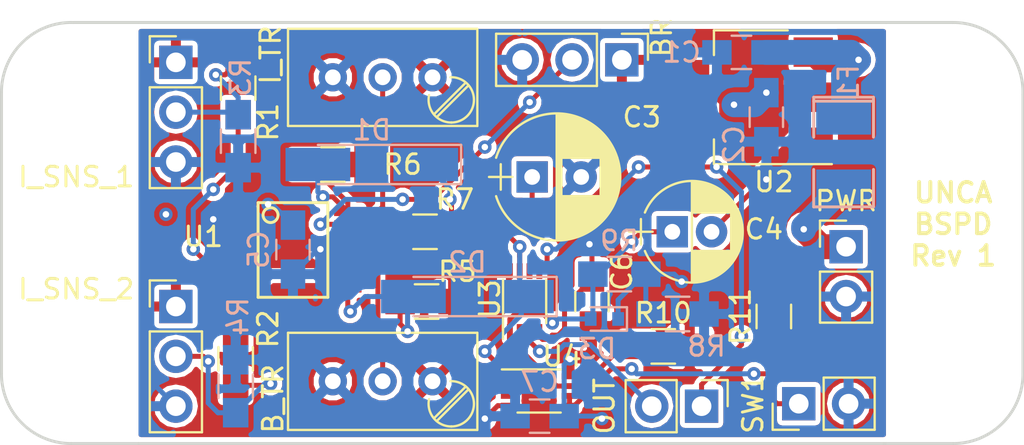
<source format=kicad_pcb>
(kicad_pcb (version 4) (host pcbnew 4.0.6)
  (layers (0 F.Cu signal) (31 B.Cu signal) (34 B.Paste user) (35 F.Paste user) (36 B.SilkS user) (37 F.SilkS user) (38 B.Mask user) (39 F.Mask user) (44 Edge.Cuts user))
  (net 0 "")
  (net 1 "Net-(C1-Pad1)")
  (net 2 GND)
  (net 3 +5V)
  (net 4 /BSPD)
  (net 5 "Net-(C4-Pad1)")
  (net 6 "Net-(D1-Pad2)")
  (net 7 "Net-(D2-Pad2)")
  (net 8 +12V)
  (net 9 /Hard_Braking)
  (net 10 /Current_R)
  (net 11 /Current_L)
  (net 12 "Net-(R1-Pad2)")
  (net 13 "Net-(R10-Pad1)")
  (net 14 "Net-(RV1-Pad2)")
  (net 15 "Net-(RV2-Pad2)")
  (net 16 "Net-(U1-Pad6)")
  (net 17 "Net-(R11-Pad1)")
  (net 18 /BSPD_Latched_Output)
  (net 19 "Net-(U4-Pad2)")
  (net 20 /BSPD_Latched_Output_NOT)
  (module Mounting_Holes:MountingHole_3.2mm_M3 (layer F.Cu) (at 104.902 104.775)
    (fp_text reference REF** hide)
    (fp_text value MountingHole_3.2mm_M3)
    (pad 1 np_thru_hole circle (at 0 0) (size 3.2 3.2) (drill 3.2) (layers *.Cu *.Mask))
  )
  (module Mounting_Holes:MountingHole_3.2mm_M3 (layer F.Cu) (at 104.902 90.424)
    (fp_text reference REF** hide)
    (fp_text value MountingHole_3.2mm_M3)
    (pad 1 np_thru_hole circle (at 0 0) (size 3.2 3.2) (drill 3.2) (layers *.Cu *.Mask))
  )
  (module Mounting_Holes:MountingHole_3.2mm_M3 (layer F.Cu) (at 149.86 104.775)
    (fp_text reference REF** hide)
    (fp_text value MountingHole_3.2mm_M3)
    (pad 1 np_thru_hole circle (at 0 0) (size 3.2 3.2) (drill 3.2) (layers *.Cu *.Mask))
  )
  (module Capacitors_SMD:C_0805_HandSoldering (layer B.Cu) (at 139.065 88.392 180)
    (fp_text reference C1 (at 3.048 0 180) (layer B.SilkS) (effects (justify mirror)))
    (fp_text value 10uF)
    (pad 1 smd rect (at -1.25 0 180) (size 1.5 1.25) (layers B.Cu B.Paste B.Mask) (net 1 "Net-(C1-Pad1)"))
    (pad 2 smd rect (at 1.25 0 180) (size 1.5 1.25) (layers B.Cu B.Paste B.Mask) (net 2 GND))
  )
  (module Capacitors_SMD:C_0805_HandSoldering (layer B.Cu) (at 140.335 91.694 270)
    (fp_text reference C2 (at 1.397 1.651 270) (layer B.SilkS) (effects (justify mirror)))
    (fp_text value 10uF)
    (pad 1 smd rect (at -1.25 0 270) (size 1.5 1.25) (layers B.Cu B.Paste B.Mask) (net 3 +5V))
    (pad 2 smd rect (at 1.25 0 270) (size 1.5 1.25) (layers B.Cu B.Paste B.Mask) (net 2 GND))
  )
  (module Capacitors_ThroughHole:CP_Radial_D6.3mm_P2.50mm (layer F.Cu) (at 128.397 94.742)
    (fp_text reference C3 (at 5.588 -3.048) (layer F.SilkS))
    (fp_text value 100uF)
    (pad 1 thru_hole rect (at 0 0) (size 1.6 1.6) (drill 0.8) (layers *.Cu *.Mask) (net 4 /BSPD))
    (pad 2 thru_hole circle (at 2.5 0) (size 1.6 1.6) (drill 0.8) (layers *.Cu *.Mask) (net 2 GND))
  )
  (module Capacitors_ThroughHole:CP_Radial_D5.0mm_P2.00mm (layer F.Cu) (at 135.541 97.536)
    (fp_text reference C4 (at 4.667 -0.127) (layer F.SilkS))
    (fp_text value 10uF)
    (pad 1 thru_hole rect (at 0 0) (size 1.6 1.6) (drill 0.8) (layers *.Cu *.Mask) (net 5 "Net-(C4-Pad1)"))
    (pad 2 thru_hole circle (at 2 0) (size 1.6 1.6) (drill 0.8) (layers *.Cu *.Mask) (net 2 GND))
  )
  (module Capacitors_SMD:C_0805_HandSoldering (layer B.Cu) (at 116.205 98.445 270)
    (fp_text reference C5 (at 0 1.75 270) (layer B.SilkS) (effects (justify mirror)))
    (fp_text value 1u)
    (pad 1 smd rect (at -1.25 0 270) (size 1.5 1.25) (layers B.Cu B.Paste B.Mask) (net 3 +5V))
    (pad 2 smd rect (at 1.25 0 270) (size 1.5 1.25) (layers B.Cu B.Paste B.Mask) (net 2 GND))
  )
  (module Capacitors_SMD:C_0805_HandSoldering (layer F.Cu) (at 131.445 101.092 90)
    (fp_text reference C6 (at 1.524 1.524 90) (layer F.SilkS))
    (fp_text value 1u)
    (pad 1 smd rect (at -1.25 0 90) (size 1.5 1.25) (layers F.Cu F.Paste F.Mask) (net 3 +5V))
    (pad 2 smd rect (at 1.25 0 90) (size 1.5 1.25) (layers F.Cu F.Paste F.Mask) (net 2 GND))
  )
  (module Capacitors_SMD:C_0805_HandSoldering (layer B.Cu) (at 128.778 106.934 180)
    (fp_text reference C7 (at 0 1.75 180) (layer B.SilkS) (effects (justify mirror)))
    (fp_text value 1u)
    (pad 1 smd rect (at -1.25 0 180) (size 1.5 1.25) (layers B.Cu B.Paste B.Mask) (net 3 +5V))
    (pad 2 smd rect (at 1.25 0 180) (size 1.5 1.25) (layers B.Cu B.Paste B.Mask) (net 2 GND))
  )
  (module Diodes_SMD:D_MiniMELF_Handsoldering (layer B.Cu) (at 120.225 94.107 180)
    (fp_text reference D1 (at 0 1.75 180) (layer B.SilkS) (effects (justify mirror)))
    (fp_text value D)
    (pad 1 smd rect (at -2.75 0 180) (size 3.3 1.7) (layers B.Cu B.Paste B.Mask) (net 4 /BSPD))
    (pad 2 smd rect (at 2.75 0 180) (size 3.3 1.7) (layers B.Cu B.Paste B.Mask) (net 6 "Net-(D1-Pad2)"))
  )
  (module Diodes_SMD:D_MiniMELF_Handsoldering (layer B.Cu) (at 125.095 100.838 180)
    (fp_text reference D2 (at 0 1.75 180) (layer B.SilkS) (effects (justify mirror)))
    (fp_text value D)
    (pad 1 smd rect (at -2.75 0 180) (size 3.3 1.7) (layers B.Cu B.Paste B.Mask) (net 4 /BSPD))
    (pad 2 smd rect (at 2.75 0 180) (size 3.3 1.7) (layers B.Cu B.Paste B.Mask) (net 7 "Net-(D2-Pad2)"))
  )
  (module Diodes_SMD:D_SOD-523 (layer B.Cu) (at 132.08 101.981 180)
    (fp_text reference D3 (at 0.381 -1.524 180) (layer B.SilkS) (effects (justify mirror)))
    (fp_text value Schottky)
    (pad 2 smd rect (at 0.7 0) (size 0.6 0.7) (layers B.Cu B.Paste B.Mask) (net 5 "Net-(C4-Pad1)"))
    (pad 1 smd rect (at -0.7 0) (size 0.6 0.7) (layers B.Cu B.Paste B.Mask) (net 3 +5V))
  )
  (module SMD_Packages:SMD-1210_Pol (layer B.Cu) (at 144.272 93.472 270)
    (fp_text reference F1 (at -3.556 -0.254 270) (layer B.SilkS) (effects (justify mirror)))
    (fp_text value Polyfuse)
    (pad 1 smd rect (at -1.778 0 270) (size 1.778 2.794) (layers B.Cu B.Paste B.Mask) (net 1 "Net-(C1-Pad1)"))
    (pad 2 smd rect (at 1.778 0 270) (size 1.778 2.794) (layers B.Cu B.Paste B.Mask) (net 8 +12V))
  )
  (module Pin_Headers:Pin_Header_Straight_1x03_Pitch2.54mm (layer F.Cu) (at 110.236 101.346)
    (fp_text reference I_SNS_2 (at -5.08 -0.889) (layer F.SilkS))
    (fp_text value CURRENT_SENSE_1)
    (pad 1 thru_hole rect (at 0 0) (size 1.7 1.7) (drill 1) (layers *.Cu *.Mask) (net 3 +5V))
    (pad 2 thru_hole oval (at 0 2.54) (size 1.7 1.7) (drill 1) (layers *.Cu *.Mask) (net 10 /Current_R))
    (pad 3 thru_hole oval (at 0 5.08) (size 1.7 1.7) (drill 1) (layers *.Cu *.Mask) (net 2 GND))
  )
  (module Pin_Headers:Pin_Header_Straight_1x03_Pitch2.54mm (layer F.Cu) (at 110.236 88.9)
    (fp_text reference I_SNS_1 (at -5.08 5.842) (layer F.SilkS))
    (fp_text value CURRENT_SENSE_2)
    (pad 1 thru_hole rect (at 0 0) (size 1.7 1.7) (drill 1) (layers *.Cu *.Mask) (net 3 +5V))
    (pad 2 thru_hole oval (at 0 2.54) (size 1.7 1.7) (drill 1) (layers *.Cu *.Mask) (net 11 /Current_L))
    (pad 3 thru_hole oval (at 0 5.08) (size 1.7 1.7) (drill 1) (layers *.Cu *.Mask) (net 2 GND))
  )
  (module Pin_Headers:Pin_Header_Straight_1x03_Pitch2.54mm (layer F.Cu) (at 132.969 88.773 270)
    (fp_text reference BR (at -1.143 -2.032 270) (layer F.SilkS))
    (fp_text value BRAKE_SENSOR)
    (pad 1 thru_hole rect (at 0 0 270) (size 1.7 1.7) (drill 1) (layers *.Cu *.Mask) (net 3 +5V))
    (pad 2 thru_hole oval (at 0 2.54 270) (size 1.7 1.7) (drill 1) (layers *.Cu *.Mask) (net 9 /Hard_Braking))
    (pad 3 thru_hole oval (at 0 5.08 270) (size 1.7 1.7) (drill 1) (layers *.Cu *.Mask) (net 2 GND))
  )
  (module Pin_Headers:Pin_Header_Straight_1x02_Pitch2.54mm (layer F.Cu) (at 144.399 98.298)
    (fp_text reference PWR (at 0 -2.33) (layer F.SilkS))
    (fp_text value 12V_AND_GND)
    (pad 1 thru_hole rect (at 0 0) (size 1.7 1.7) (drill 1) (layers *.Cu *.Mask) (net 8 +12V))
    (pad 2 thru_hole oval (at 0 2.54) (size 1.7 1.7) (drill 1) (layers *.Cu *.Mask) (net 2 GND))
  )
  (module Pin_Headers:Pin_Header_Straight_1x02_Pitch2.54mm (layer F.Cu) (at 137.033 106.426 270)
    (fp_text reference OUT (at 0 4.953 270) (layer F.SilkS))
    (fp_text value Q_QNOT_LATCHED)
    (pad 1 thru_hole rect (at 0 0 270) (size 1.7 1.7) (drill 1) (layers *.Cu *.Mask) (net 18 /BSPD_Latched_Output))
    (pad 2 thru_hole oval (at 0 2.54 270) (size 1.7 1.7) (drill 1) (layers *.Cu *.Mask) (net 20 /BSPD_Latched_Output_NOT))
  )
  (module Resistors_SMD:R_0805_HandSoldering (layer F.Cu) (at 113.411 90.217 270)
    (fp_text reference R1 (at 1.731 -1.524 270) (layer F.SilkS))
    (fp_text value 100k)
    (pad 1 smd rect (at -1.35 0 270) (size 1.5 1.3) (layers F.Cu F.Paste F.Mask) (net 11 /Current_L))
    (pad 2 smd rect (at 1.35 0 270) (size 1.5 1.3) (layers F.Cu F.Paste F.Mask) (net 12 "Net-(R1-Pad2)"))
  )
  (module Resistors_SMD:R_0805_HandSoldering (layer F.Cu) (at 113.284 104.013 270)
    (fp_text reference R2 (at -1.524 -1.651 270) (layer F.SilkS))
    (fp_text value 100k)
    (pad 1 smd rect (at -1.35 0 270) (size 1.5 1.3) (layers F.Cu F.Paste F.Mask) (net 12 "Net-(R1-Pad2)"))
    (pad 2 smd rect (at 1.35 0 270) (size 1.5 1.3) (layers F.Cu F.Paste F.Mask) (net 10 /Current_R))
  )
  (module Resistors_SMD:R_0805_HandSoldering (layer B.Cu) (at 113.411 92.917 90)
    (fp_text reference R3 (at 3.255 0.127 90) (layer B.SilkS) (effects (justify mirror)))
    (fp_text value 10k)
    (pad 1 smd rect (at -1.35 0 90) (size 1.5 1.3) (layers B.Cu B.Paste B.Mask) (net 2 GND))
    (pad 2 smd rect (at 1.35 0 90) (size 1.5 1.3) (layers B.Cu B.Paste B.Mask) (net 11 /Current_L))
  )
  (module Resistors_SMD:R_0805_HandSoldering (layer B.Cu) (at 113.284 105.41 270)
    (fp_text reference R4 (at -3.556 -0.127 270) (layer B.SilkS) (effects (justify mirror)))
    (fp_text value 10k)
    (pad 1 smd rect (at -1.35 0 270) (size 1.5 1.3) (layers B.Cu B.Paste B.Mask) (net 2 GND))
    (pad 2 smd rect (at 1.35 0 270) (size 1.5 1.3) (layers B.Cu B.Paste B.Mask) (net 10 /Current_R))
  )
  (module Resistors_SMD:R_0805_HandSoldering (layer F.Cu) (at 123.016 101.092 180)
    (fp_text reference R5 (at -1.571 1.524 180) (layer F.SilkS))
    (fp_text value 1k)
    (pad 1 smd rect (at -1.35 0 180) (size 1.5 1.3) (layers F.Cu F.Paste F.Mask) (net 3 +5V))
    (pad 2 smd rect (at 1.35 0 180) (size 1.5 1.3) (layers F.Cu F.Paste F.Mask) (net 7 "Net-(D2-Pad2)"))
  )
  (module Resistors_SMD:R_0805_HandSoldering (layer F.Cu) (at 118.237 94.107 180)
    (fp_text reference R6 (at -3.556 0 180) (layer F.SilkS))
    (fp_text value 1k)
    (pad 1 smd rect (at -1.35 0 180) (size 1.5 1.3) (layers F.Cu F.Paste F.Mask) (net 3 +5V))
    (pad 2 smd rect (at 1.35 0 180) (size 1.5 1.3) (layers F.Cu F.Paste F.Mask) (net 6 "Net-(D1-Pad2)"))
  )
  (module Resistors_SMD:R_0805_HandSoldering (layer F.Cu) (at 122.936 97.536 180)
    (fp_text reference R7 (at -1.524 1.651 180) (layer F.SilkS))
    (fp_text value 12k)
    (pad 1 smd rect (at -1.35 0 180) (size 1.5 1.3) (layers F.Cu F.Paste F.Mask) (net 4 /BSPD))
    (pad 2 smd rect (at 1.35 0 180) (size 1.5 1.3) (layers F.Cu F.Paste F.Mask) (net 2 GND))
  )
  (module Resistors_SMD:R_0805_HandSoldering (layer B.Cu) (at 135.81 101.727)
    (fp_text reference R8 (at 1.477 1.651) (layer B.SilkS) (effects (justify mirror)))
    (fp_text value 1k)
    (pad 1 smd rect (at -1.35 0) (size 1.5 1.3) (layers B.Cu B.Paste B.Mask) (net 3 +5V))
    (pad 2 smd rect (at 1.35 0) (size 1.5 1.3) (layers B.Cu B.Paste B.Mask) (net 2 GND))
  )
  (module Resistors_SMD:R_0805_HandSoldering (layer B.Cu) (at 132.842 99.695 180)
    (fp_text reference R9 (at 0 1.7 180) (layer B.SilkS) (effects (justify mirror)))
    (fp_text value 300k)
    (pad 1 smd rect (at -1.35 0 180) (size 1.5 1.3) (layers B.Cu B.Paste B.Mask) (net 3 +5V))
    (pad 2 smd rect (at 1.35 0 180) (size 1.5 1.3) (layers B.Cu B.Paste B.Mask) (net 5 "Net-(C4-Pad1)"))
  )
  (module Resistors_SMD:R_0805_HandSoldering (layer F.Cu) (at 135.081 103.378)
    (fp_text reference R10 (at 0 -1.7) (layer F.SilkS))
    (fp_text value 10k)
    (pad 1 smd rect (at -1.35 0) (size 1.5 1.3) (layers F.Cu F.Paste F.Mask) (net 13 "Net-(R10-Pad1)"))
    (pad 2 smd rect (at 1.35 0) (size 1.5 1.3) (layers F.Cu F.Paste F.Mask) (net 3 +5V))
  )
  (module Resistors_SMD:R_0805_HandSoldering (layer F.Cu) (at 140.716 101.854 90)
    (fp_text reference R11 (at 0 -1.7 90) (layer F.SilkS))
    (fp_text value 10k)
    (pad 1 smd rect (at -1.35 0 90) (size 1.5 1.3) (layers F.Cu F.Paste F.Mask) (net 17 "Net-(R11-Pad1)"))
    (pad 2 smd rect (at 1.35 0 90) (size 1.5 1.3) (layers F.Cu F.Paste F.Mask) (net 3 +5V))
  )
  (module Potentiometers:Potentiometer_Trimmer_Bourns_3296W (layer F.Cu) (at 123.317 105.156)
    (fp_text reference B_TR (at -8.128 0.889 90) (layer F.SilkS))
    (fp_text value "5KW trim - 10k")
    (pad 1 thru_hole circle (at 0 0) (size 1.44 1.44) (drill 0.8) (layers *.Cu *.Mask) (net 3 +5V))
    (pad 2 thru_hole circle (at -2.54 0) (size 1.44 1.44) (drill 0.8) (layers *.Cu *.Mask) (net 14 "Net-(RV1-Pad2)"))
    (pad 3 thru_hole circle (at -5.08 0) (size 1.44 1.44) (drill 0.8) (layers *.Cu *.Mask) (net 2 GND))
  )
  (module Potentiometers:Potentiometer_Trimmer_Bourns_3296W (layer F.Cu) (at 123.317 89.662)
    (fp_text reference I_TR (at -8.255 -1.143 90) (layer F.SilkS))
    (fp_text value "Braking trim - 10k")
    (pad 1 thru_hole circle (at 0 0) (size 1.44 1.44) (drill 0.8) (layers *.Cu *.Mask) (net 3 +5V))
    (pad 2 thru_hole circle (at -2.54 0) (size 1.44 1.44) (drill 0.8) (layers *.Cu *.Mask) (net 15 "Net-(RV2-Pad2)"))
    (pad 3 thru_hole circle (at -5.08 0) (size 1.44 1.44) (drill 0.8) (layers *.Cu *.Mask) (net 2 GND))
  )
  (module Pin_Headers:Pin_Header_Straight_1x02_Pitch2.54mm (layer F.Cu) (at 141.986 106.299 90)
    (fp_text reference SW1 (at 0 -2.33 90) (layer F.SilkS))
    (fp_text value SW_Push)
    (pad 1 thru_hole rect (at 0 0 90) (size 1.7 1.7) (drill 1) (layers *.Cu *.Mask) (net 17 "Net-(R11-Pad1)"))
    (pad 2 thru_hole oval (at 0 2.54 90) (size 1.7 1.7) (drill 1) (layers *.Cu *.Mask) (net 2 GND))
  )
  (module SMD_Packages:SSOP-14 (layer F.Cu) (at 116.205 98.4631 270)
    (fp_text reference U1 (at -0.6731 4.572 360) (layer F.SilkS))
    (fp_text value MCP604)
    (pad 1 smd rect (at -1.9304 2.794 270) (size 0.4318 1.397) (layers F.Cu F.Paste F.Mask))
    (pad 2 smd rect (at -1.2954 2.794 270) (size 0.4318 1.397) (layers F.Cu F.Paste F.Mask) (net 2 GND))
    (pad 3 smd rect (at -0.635 2.794 270) (size 0.4318 1.397) (layers F.Cu F.Paste F.Mask) (net 2 GND))
    (pad 4 smd rect (at 0 2.794 270) (size 0.4318 1.397) (layers F.Cu F.Paste F.Mask) (net 3 +5V))
    (pad 5 smd rect (at 0.6604 2.794 270) (size 0.4318 1.397) (layers F.Cu F.Paste F.Mask) (net 12 "Net-(R1-Pad2)"))
    (pad 6 smd rect (at 1.3081 2.794 270) (size 0.4318 1.397) (layers F.Cu F.Paste F.Mask) (net 16 "Net-(U1-Pad6)"))
    (pad 7 smd rect (at 1.9558 2.794 270) (size 0.4318 1.397) (layers F.Cu F.Paste F.Mask) (net 16 "Net-(U1-Pad6)"))
    (pad 8 smd rect (at 1.9558 -2.794 270) (size 0.4318 1.397) (layers F.Cu F.Paste F.Mask) (net 7 "Net-(D2-Pad2)"))
    (pad 9 smd rect (at 1.3081 -2.794 270) (size 0.4318 1.397) (layers F.Cu F.Paste F.Mask) (net 16 "Net-(U1-Pad6)"))
    (pad 10 smd rect (at 0.6604 -2.794 270) (size 0.4318 1.397) (layers F.Cu F.Paste F.Mask) (net 14 "Net-(RV1-Pad2)"))
    (pad 11 smd rect (at 0 -2.794 270) (size 0.4318 1.397) (layers F.Cu F.Paste F.Mask) (net 2 GND))
    (pad 12 smd rect (at -0.6477 -2.794 270) (size 0.4318 1.397) (layers F.Cu F.Paste F.Mask) (net 15 "Net-(RV2-Pad2)"))
    (pad 13 smd rect (at -1.2954 -2.794 270) (size 0.4318 1.397) (layers F.Cu F.Paste F.Mask) (net 9 /Hard_Braking))
    (pad 14 smd rect (at -1.9431 -2.794 270) (size 0.4318 1.397) (layers F.Cu F.Paste F.Mask) (net 6 "Net-(D1-Pad2)"))
  )
  (module TO_SOT_Packages_SMD:SOT-223 (layer F.Cu) (at 139.573 90.678 180)
    (fp_text reference U2 (at -1.143 -4.318 180) (layer F.SilkS))
    (fp_text value LM1117-5.0)
    (pad 4 smd rect (at 3.15 0 180) (size 2 3.8) (layers F.Cu F.Paste F.Mask) (net 3 +5V))
    (pad 2 smd rect (at -3.15 0 180) (size 2 1.5) (layers F.Cu F.Paste F.Mask) (net 3 +5V))
    (pad 3 smd rect (at -3.15 2.3 180) (size 2 1.5) (layers F.Cu F.Paste F.Mask) (net 1 "Net-(C1-Pad1)"))
    (pad 1 smd rect (at -3.15 -2.3 180) (size 2 1.5) (layers F.Cu F.Paste F.Mask) (net 2 GND))
  )
  (module Housings_SSOP:VSSOP-8_2.3x2mm_Pitch0.5mm (layer F.Cu) (at 128.012 101.092 90)
    (fp_text reference U3 (at 0.127 -1.774 90) (layer F.SilkS))
    (fp_text value 74LVC2G74)
    (pad 1 smd rect (at -1.55 -0.75) (size 0.3 0.8) (layers F.Cu F.Paste F.Mask) (net 5 "Net-(C4-Pad1)"))
    (pad 2 smd rect (at -1.55 -0.25) (size 0.3 0.8) (layers F.Cu F.Paste F.Mask) (net 13 "Net-(R10-Pad1)"))
    (pad 3 smd rect (at -1.55 0.25) (size 0.3 0.8) (layers F.Cu F.Paste F.Mask) (net 20 /BSPD_Latched_Output_NOT))
    (pad 4 smd rect (at -1.55 0.75) (size 0.3 0.8) (layers F.Cu F.Paste F.Mask) (net 2 GND))
    (pad 5 smd rect (at 1.55 0.75) (size 0.3 0.8) (layers F.Cu F.Paste F.Mask) (net 18 /BSPD_Latched_Output))
    (pad 6 smd rect (at 1.55 0.25) (size 0.3 0.8) (layers F.Cu F.Paste F.Mask))
    (pad 7 smd rect (at 1.55 -0.25) (size 0.3 0.8) (layers F.Cu F.Paste F.Mask) (net 4 /BSPD))
    (pad 8 smd rect (at 1.55 -0.75) (size 0.3 0.8) (layers F.Cu F.Paste F.Mask) (net 3 +5V))
  )
  (module Housings_SSOP:VSSOP-8_2.3x2mm_Pitch0.5mm (layer F.Cu) (at 128.752 105.652)
    (fp_text reference U4 (at 1.169 -1.766) (layer F.SilkS))
    (fp_text value 74AUC2G00)
    (pad 1 smd rect (at -1.55 -0.75 270) (size 0.3 0.8) (layers F.Cu F.Paste F.Mask) (net 4 /BSPD))
    (pad 2 smd rect (at -1.55 -0.25 270) (size 0.3 0.8) (layers F.Cu F.Paste F.Mask) (net 19 "Net-(U4-Pad2)"))
    (pad 3 smd rect (at -1.55 0.25 270) (size 0.3 0.8) (layers F.Cu F.Paste F.Mask) (net 19 "Net-(U4-Pad2)"))
    (pad 4 smd rect (at -1.55 0.75 270) (size 0.3 0.8) (layers F.Cu F.Paste F.Mask) (net 2 GND))
    (pad 5 smd rect (at 1.55 0.75 270) (size 0.3 0.8) (layers F.Cu F.Paste F.Mask) (net 17 "Net-(R11-Pad1)"))
    (pad 6 smd rect (at 1.55 0.25 270) (size 0.3 0.8) (layers F.Cu F.Paste F.Mask) (net 17 "Net-(R11-Pad1)"))
    (pad 7 smd rect (at 1.55 -0.25 270) (size 0.3 0.8) (layers F.Cu F.Paste F.Mask) (net 13 "Net-(R10-Pad1)"))
    (pad 8 smd rect (at 1.55 -0.75 270) (size 0.3 0.8) (layers F.Cu F.Paste F.Mask) (net 3 +5V))
  )
  (module Mounting_Holes:MountingHole_3.2mm_M3 (layer F.Cu) (at 149.86 90.424)
    (fp_text reference REF** hide)
    (fp_text value MountingHole_3.2mm_M3)
    (pad 1 np_thru_hole circle (at 0 0) (size 3.2 3.2) (drill 3.2) (layers *.Cu *.Mask))
  )
  (gr_text "UNCA\nBSPD\nRev 1" (at 149.86 97.155) (layer F.SilkS) (effects (font (size 1 1) (thickness 0.2))))
  (gr_arc (start 104.902 104.775) (end 104.902 108.331) (angle 90) (layer Edge.Cuts) (width 0.15))
  (gr_arc (start 104.902 90.424) (end 101.346 90.424) (angle 92.04540849) (layer Edge.Cuts) (width 0.15))
  (gr_arc (start 149.86 90.424) (end 149.86 86.868) (angle 92.04540849) (layer Edge.Cuts) (width 0.15))
  (gr_arc (start 149.86 104.775) (end 153.416 104.775) (angle 90) (layer Edge.Cuts) (width 0.15))
  (gr_line (start 149.86 108.331) (end 146.304 108.331) (layer Edge.Cuts) (width 0.15))
  (gr_line (start 153.416 90.551) (end 153.416 104.775) (layer Edge.Cuts) (width 0.15))
  (gr_line (start 146.431 86.868) (end 149.86 86.868) (layer Edge.Cuts) (width 0.15))
  (gr_line (start 108.331 108.331) (end 104.902 108.331) (layer Edge.Cuts) (width 0.15))
  (gr_line (start 101.346 90.424) (end 101.346 104.775) (layer Edge.Cuts) (width 0.15))
  (gr_line (start 108.331 86.868) (end 105.029 86.868) (layer Edge.Cuts) (width 0.15))
  (gr_line (start 108.331 108.331) (end 146.431 108.331) (layer Edge.Cuts) (width 0.15))
  (gr_line (start 146.431 86.868) (end 108.331 86.868) (layer Edge.Cuts) (width 0.15))
  (segment (start 117.348 100.965) (end 117.348 100.838) (width 0.254) (layer B.Cu) (net 0))
  (segment (start 140.315 88.392) (end 144.653 88.392) (width 1.27) (layer B.Cu) (net 1))
  (segment (start 144.653 88.392) (end 145.034 88.773) (width 1.27) (layer B.Cu) (net 1))
  (segment (start 145.034 88.773) (end 143.118 88.773) (width 1.27) (layer F.Cu) (net 1))
  (segment (start 143.118 88.773) (end 142.723 88.378) (width 1.27) (layer F.Cu) (net 1))
  (segment (start 144.272 91.694) (end 144.272 89.535) (width 1.27) (layer B.Cu) (net 1))
  (segment (start 144.272 89.535) (end 145.034 88.773) (width 1.27) (layer B.Cu) (net 1))
  (via (at 145.034 88.773) (size 0.6858) (drill 0.3302) (layers F.Cu B.Cu) (net 1))
  (segment (start 113.411 97.1677) (end 112.4077 97.1677) (width 0.254) (layer F.Cu) (net 2))
  (segment (start 112.4077 97.1677) (end 112.141 96.901) (width 0.254) (layer F.Cu) (net 2))
  (via (at 112.141 96.901) (size 0.6858) (drill 0.3302) (layers F.Cu B.Cu) (net 2))
  (segment (start 113.411 97.8281) (end 113.411 97.1677) (width 0.254) (layer F.Cu) (net 2))
  (segment (start 137.541 97.536) (end 140.208 94.869) (width 0.254) (layer F.Cu) (net 2))
  (segment (start 140.208 94.869) (end 140.335 94.869) (width 0.254) (layer F.Cu) (net 2))
  (segment (start 128.762 102.854782) (end 128.928655 103.021437) (width 0.254) (layer F.Cu) (net 2))
  (segment (start 128.762 102.642) (end 128.762 102.854782) (width 0.254) (layer F.Cu) (net 2))
  (segment (start 128.928655 103.021437) (end 129.413588 103.021437) (width 0.254) (layer F.Cu) (net 2))
  (segment (start 129.413588 102.805613) (end 129.413588 103.021437) (width 0.254) (layer F.Cu) (net 2))
  (segment (start 130.047991 102.482017) (end 129.724395 102.805613) (width 0.254) (layer F.Cu) (net 2))
  (segment (start 130.047991 101.364009) (end 130.047991 102.482017) (width 0.254) (layer F.Cu) (net 2))
  (segment (start 131.445 99.842) (end 131.445 99.967) (width 0.254) (layer F.Cu) (net 2))
  (segment (start 131.445 99.967) (end 130.047991 101.364009) (width 0.254) (layer F.Cu) (net 2))
  (segment (start 129.724395 102.805613) (end 129.413588 102.805613) (width 0.254) (layer F.Cu) (net 2))
  (segment (start 131.445 98.298) (end 131.318 98.171) (width 0.254) (layer F.Cu) (net 2))
  (segment (start 131.445 99.842) (end 131.445 98.298) (width 0.254) (layer F.Cu) (net 2))
  (via (at 131.318 98.171) (size 0.6858) (drill 0.3302) (layers F.Cu B.Cu) (net 2))
  (segment (start 125.984 107.061) (end 127.401 107.061) (width 0.254) (layer B.Cu) (net 2))
  (segment (start 127.401 107.061) (end 127.528 106.934) (width 0.254) (layer B.Cu) (net 2))
  (segment (start 127.202 106.402) (end 126.643 106.402) (width 0.254) (layer F.Cu) (net 2))
  (segment (start 126.643 106.402) (end 125.984 107.061) (width 0.254) (layer F.Cu) (net 2))
  (via (at 125.984 107.061) (size 0.6858) (drill 0.3302) (layers F.Cu B.Cu) (net 2))
  (segment (start 142.723 92.978) (end 142.226 92.978) (width 1.27) (layer F.Cu) (net 2))
  (segment (start 142.226 92.978) (end 140.335 94.869) (width 1.27) (layer F.Cu) (net 2))
  (via (at 140.335 94.869) (size 0.6858) (drill 0.3302) (layers F.Cu B.Cu) (net 2))
  (segment (start 118.999 98.4631) (end 121.5629 98.4631) (width 0.254) (layer F.Cu) (net 2))
  (segment (start 121.5629 98.4631) (end 121.586 98.44) (width 0.254) (layer F.Cu) (net 2))
  (segment (start 121.586 98.44) (end 121.586 97.536) (width 0.254) (layer F.Cu) (net 2))
  (segment (start 117.602 98.425) (end 117.475 98.425) (width 0.254) (layer B.Cu) (net 2))
  (segment (start 117.475 98.425) (end 116.205 99.695) (width 0.254) (layer B.Cu) (net 2))
  (segment (start 118.0465 98.4631) (end 117.6401 98.4631) (width 0.254) (layer F.Cu) (net 2))
  (via (at 117.602 98.425) (size 0.6858) (drill 0.3302) (layers F.Cu B.Cu) (net 2))
  (segment (start 117.6401 98.4631) (end 117.602 98.425) (width 0.254) (layer F.Cu) (net 2))
  (segment (start 109.004999 99.783001) (end 109.22 99.568) (width 0.254) (layer B.Cu) (net 2))
  (segment (start 110.236 106.426) (end 109.004999 105.194999) (width 0.254) (layer B.Cu) (net 2))
  (segment (start 109.004999 105.194999) (end 109.004999 99.783001) (width 0.254) (layer B.Cu) (net 2))
  (segment (start 118.999 98.4631) (end 118.0465 98.4631) (width 0.254) (layer F.Cu) (net 2))
  (segment (start 110.236 96.647) (end 110.212933 96.647) (width 0.254) (layer F.Cu) (net 3))
  (segment (start 113.411 98.4631) (end 112.0521 98.4631) (width 0.254) (layer F.Cu) (net 3))
  (segment (start 110.212933 96.647) (end 109.728 96.647) (width 0.254) (layer F.Cu) (net 3))
  (segment (start 112.0521 98.4631) (end 110.236 96.647) (width 0.254) (layer F.Cu) (net 3))
  (via (at 130.319165 104.021246) (size 0.6858) (drill 0.3302) (layers F.Cu B.Cu) (net 3))
  (segment (start 130.302 104.902) (end 130.302 104.038411) (width 0.254) (layer F.Cu) (net 3))
  (segment (start 130.028 106.934) (end 130.028 104.312411) (width 0.254) (layer B.Cu) (net 3))
  (segment (start 130.302 104.038411) (end 130.319165 104.021246) (width 0.254) (layer F.Cu) (net 3))
  (segment (start 130.028 104.312411) (end 130.319165 104.021246) (width 0.254) (layer B.Cu) (net 3))
  (segment (start 130.028 106.934) (end 131.826 106.934) (width 0.254) (layer B.Cu) (net 3))
  (segment (start 131.826 106.934) (end 131.953 107.061) (width 0.254) (layer B.Cu) (net 3))
  (via (at 131.953 107.061) (size 0.6858) (drill 0.3302) (layers F.Cu B.Cu) (net 3))
  (segment (start 134.192 99.695) (end 135.636 99.695) (width 0.254) (layer B.Cu) (net 3))
  (segment (start 135.636 99.695) (end 136.017 100.076) (width 0.254) (layer B.Cu) (net 3))
  (via (at 136.017 100.076) (size 0.6858) (drill 0.3302) (layers F.Cu B.Cu) (net 3))
  (segment (start 134.192 99.695) (end 134.192 101.459) (width 0.254) (layer B.Cu) (net 3))
  (segment (start 134.192 101.459) (end 134.46 101.727) (width 0.254) (layer B.Cu) (net 3))
  (segment (start 132.78 101.981) (end 132.78 101.007) (width 0.254) (layer B.Cu) (net 3))
  (segment (start 132.78 101.007) (end 134.092 99.695) (width 0.254) (layer B.Cu) (net 3))
  (segment (start 134.092 99.695) (end 134.192 99.695) (width 0.254) (layer B.Cu) (net 3))
  (segment (start 131.445 102.342) (end 132.324 102.342) (width 0.254) (layer F.Cu) (net 3))
  (segment (start 132.324 102.342) (end 133.193 101.473) (width 0.254) (layer F.Cu) (net 3))
  (segment (start 130.302 104.902) (end 130.175 104.267) (width 0.254) (layer F.Cu) (net 3))
  (segment (start 130.302 104.267) (end 130.175 104.267) (width 0.254) (layer F.Cu) (net 3))
  (segment (start 131.826 106.934) (end 131.826 106.553) (width 0.254) (layer F.Cu) (net 3))
  (segment (start 138.684 91.059) (end 139.72 91.059) (width 1.27) (layer B.Cu) (net 3))
  (segment (start 139.72 91.059) (end 140.335 90.444) (width 1.27) (layer B.Cu) (net 3))
  (via (at 140.335 90.444) (size 0.6858) (drill 0.3302) (layers F.Cu B.Cu) (net 3))
  (segment (start 142.723 90.678) (end 139.065 90.678) (width 1.27) (layer F.Cu) (net 3))
  (segment (start 139.065 90.678) (end 138.684 91.059) (width 1.27) (layer F.Cu) (net 3))
  (via (at 138.684 91.059) (size 0.6858) (drill 0.3302) (layers F.Cu B.Cu) (net 3))
  (segment (start 126.016 99.542) (end 126.365 99.542) (width 0.254) (layer F.Cu) (net 3))
  (segment (start 126.365 99.542) (end 127.222999 99.542) (width 0.254) (layer F.Cu) (net 3))
  (segment (start 127.262 99.542) (end 126.365 99.542) (width 0.254) (layer F.Cu) (net 3))
  (segment (start 124.366 101.092) (end 124.466 101.092) (width 0.254) (layer F.Cu) (net 3))
  (segment (start 124.466 101.092) (end 126.016 99.542) (width 0.254) (layer F.Cu) (net 3))
  (segment (start 110.236 88.9) (end 109.132 88.9) (width 0.254) (layer F.Cu) (net 3))
  (segment (start 109.132 88.9) (end 109.004999 89.027001) (width 0.254) (layer F.Cu) (net 3))
  (segment (start 109.004999 89.027001) (end 109.004999 95.923999) (width 0.254) (layer F.Cu) (net 3))
  (segment (start 109.004999 95.923999) (end 109.728 96.647) (width 0.254) (layer F.Cu) (net 3))
  (via (at 109.728 96.647) (size 0.6858) (drill 0.3302) (layers F.Cu B.Cu) (net 3))
  (segment (start 114.935 96.139) (end 115.149 96.139) (width 0.254) (layer B.Cu) (net 3))
  (segment (start 115.149 96.139) (end 116.205 97.195) (width 0.254) (layer B.Cu) (net 3))
  (segment (start 113.411 98.4631) (end 114.3635 98.4631) (width 0.254) (layer F.Cu) (net 3))
  (segment (start 114.3635 98.4631) (end 114.935 97.8916) (width 0.254) (layer F.Cu) (net 3))
  (segment (start 114.935 97.8916) (end 114.935 96.139) (width 0.254) (layer F.Cu) (net 3))
  (via (at 114.935 96.139) (size 0.6858) (drill 0.3302) (layers F.Cu B.Cu) (net 3))
  (segment (start 125.984 103.632) (end 127.845 101.771) (width 0.254) (layer B.Cu) (net 4))
  (segment (start 127.845 101.771) (end 127.845 100.838) (width 0.254) (layer B.Cu) (net 4))
  (segment (start 127.202 104.902) (end 127.202 104.85) (width 0.254) (layer F.Cu) (net 4))
  (segment (start 127.202 104.85) (end 125.984 103.632) (width 0.254) (layer F.Cu) (net 4))
  (via (at 125.984 103.632) (size 0.6858) (drill 0.3302) (layers F.Cu B.Cu) (net 4))
  (segment (start 127 97.536) (end 128.397 96.139) (width 0.254) (layer F.Cu) (net 4))
  (segment (start 128.397 96.139) (end 128.397 94.742) (width 0.254) (layer F.Cu) (net 4))
  (segment (start 127.762 98.298) (end 127.762 100.755) (width 0.254) (layer B.Cu) (net 4))
  (segment (start 127.762 100.755) (end 127.845 100.838) (width 0.254) (layer B.Cu) (net 4))
  (via (at 127.762 98.298) (size 0.6858) (drill 0.3302) (layers F.Cu B.Cu) (net 4))
  (segment (start 127.762 99.542) (end 127.762 98.298) (width 0.254) (layer F.Cu) (net 4))
  (segment (start 127.762 98.298) (end 127.754 98.29) (width 0.254) (layer F.Cu) (net 4))
  (segment (start 127 97.536) (end 127.754 98.29) (width 0.254) (layer F.Cu) (net 4))
  (segment (start 127.754 98.29) (end 127.754 98.806198) (width 0.254) (layer F.Cu) (net 4))
  (segment (start 124.286 97.536) (end 127 97.536) (width 0.254) (layer F.Cu) (net 4))
  (segment (start 124.206 95.885) (end 124.206 95.338) (width 0.254) (layer B.Cu) (net 4))
  (segment (start 124.206 95.338) (end 122.975 94.107) (width 0.254) (layer B.Cu) (net 4))
  (segment (start 124.286 97.536) (end 124.286 95.965) (width 0.254) (layer F.Cu) (net 4))
  (segment (start 124.286 95.965) (end 124.206 95.885) (width 0.254) (layer F.Cu) (net 4))
  (via (at 124.206 95.885) (size 0.6858) (drill 0.3302) (layers F.Cu B.Cu) (net 4))
  (segment (start 131.38 101.981) (end 129.628002 101.981) (width 0.254) (layer B.Cu) (net 5))
  (segment (start 129.082791 101.840413) (end 129.42569 102.183312) (width 0.254) (layer F.Cu) (net 5))
  (segment (start 129.628002 101.981) (end 129.42569 102.183312) (width 0.254) (layer B.Cu) (net 5))
  (segment (start 127.262 102.642) (end 127.262 101.988) (width 0.254) (layer F.Cu) (net 5))
  (segment (start 127.567476 101.682524) (end 128.924902 101.682524) (width 0.254) (layer F.Cu) (net 5))
  (via (at 129.42569 102.183312) (size 0.6858) (drill 0.3302) (layers F.Cu B.Cu) (net 5))
  (segment (start 127.262 101.988) (end 127.567476 101.682524) (width 0.254) (layer F.Cu) (net 5))
  (segment (start 128.924902 101.682524) (end 129.082791 101.840413) (width 0.254) (layer F.Cu) (net 5))
  (segment (start 131.492 99.695) (end 131.492 101.869) (width 0.254) (layer B.Cu) (net 5))
  (segment (start 131.492 101.869) (end 131.38 101.981) (width 0.254) (layer B.Cu) (net 5))
  (segment (start 133.477 98.044) (end 131.826 99.695) (width 0.254) (layer B.Cu) (net 5))
  (segment (start 131.826 99.695) (end 131.492 99.695) (width 0.254) (layer B.Cu) (net 5))
  (segment (start 135.541 97.536) (end 133.985 97.536) (width 0.254) (layer F.Cu) (net 5))
  (segment (start 133.985 97.536) (end 133.477 98.044) (width 0.254) (layer F.Cu) (net 5))
  (via (at 133.477 98.044) (size 0.6858) (drill 0.3302) (layers F.Cu B.Cu) (net 5))
  (segment (start 117.729 95.758) (end 118.237 95.758) (width 0.254) (layer F.Cu) (net 6))
  (segment (start 118.237 95.758) (end 118.999 96.52) (width 0.254) (layer F.Cu) (net 6))
  (segment (start 117.475 94.107) (end 117.475 95.504) (width 0.254) (layer B.Cu) (net 6))
  (segment (start 117.475 95.504) (end 117.729 95.758) (width 0.254) (layer B.Cu) (net 6))
  (via (at 117.729 95.758) (size 0.6858) (drill 0.3302) (layers F.Cu B.Cu) (net 6))
  (segment (start 116.887 94.107) (end 117.0559 94.107) (width 0.254) (layer F.Cu) (net 6))
  (segment (start 117.0559 94.107) (end 118.999 96.0501) (width 0.254) (layer F.Cu) (net 6))
  (segment (start 118.999 96.0501) (end 118.999 96.52) (width 0.254) (layer F.Cu) (net 6))
  (segment (start 122.047 102.616) (end 122.047 101.136) (width 0.254) (layer B.Cu) (net 7))
  (segment (start 122.047 101.136) (end 122.345 100.838) (width 0.254) (layer B.Cu) (net 7))
  (segment (start 121.666 101.092) (end 121.666 102.235) (width 0.254) (layer F.Cu) (net 7))
  (segment (start 121.666 102.235) (end 122.047 102.616) (width 0.254) (layer F.Cu) (net 7))
  (via (at 122.047 102.616) (size 0.6858) (drill 0.3302) (layers F.Cu B.Cu) (net 7))
  (segment (start 119.126 101.6) (end 119.888 100.838) (width 0.254) (layer B.Cu) (net 7))
  (segment (start 119.888 100.838) (end 122.345 100.838) (width 0.254) (layer B.Cu) (net 7))
  (segment (start 118.999 100.4189) (end 118.999 101.473) (width 0.254) (layer F.Cu) (net 7))
  (segment (start 118.999 101.473) (end 119.126 101.6) (width 0.254) (layer F.Cu) (net 7))
  (via (at 119.126 101.6) (size 0.6858) (drill 0.3302) (layers F.Cu B.Cu) (net 7))
  (segment (start 142.24 97.409) (end 142.24 97.282) (width 1.27) (layer B.Cu) (net 8))
  (segment (start 142.24 97.282) (end 144.272 95.25) (width 1.27) (layer B.Cu) (net 8))
  (segment (start 144.399 98.298) (end 143.129 98.298) (width 1.27) (layer F.Cu) (net 8))
  (segment (start 143.129 98.298) (end 142.24 97.409) (width 1.27) (layer F.Cu) (net 8))
  (via (at 142.24 97.409) (size 0.6858) (drill 0.3302) (layers F.Cu B.Cu) (net 8))
  (segment (start 125.984 93.218) (end 123.317 95.885) (width 0.254) (layer F.Cu) (net 9))
  (segment (start 128.27 90.932) (end 125.984 93.218) (width 0.254) (layer B.Cu) (net 9))
  (via (at 125.984 93.218) (size 0.6858) (drill 0.3302) (layers F.Cu B.Cu) (net 9))
  (segment (start 130.429 88.773) (end 128.27 90.932) (width 0.254) (layer F.Cu) (net 9))
  (via (at 128.27 90.932) (size 0.6858) (drill 0.3302) (layers F.Cu B.Cu) (net 9))
  (segment (start 117.602 97.155) (end 118.9863 97.155) (width 0.254) (layer F.Cu) (net 9))
  (segment (start 118.9863 97.155) (end 118.999 97.1677) (width 0.254) (layer F.Cu) (net 9))
  (segment (start 121.793 95.885) (end 118.872 95.885) (width 0.254) (layer B.Cu) (net 9))
  (segment (start 118.872 95.885) (end 117.602 97.155) (width 0.254) (layer B.Cu) (net 9))
  (via (at 117.602 97.155) (size 0.6858) (drill 0.3302) (layers F.Cu B.Cu) (net 9))
  (segment (start 123.317 95.885) (end 121.793 95.885) (width 0.254) (layer F.Cu) (net 9))
  (via (at 121.793 95.885) (size 0.6858) (drill 0.3302) (layers F.Cu B.Cu) (net 9))
  (segment (start 115.062 105.283) (end 114.761 105.283) (width 0.254) (layer B.Cu) (net 10))
  (segment (start 114.761 105.283) (end 113.284 106.76) (width 0.254) (layer B.Cu) (net 10))
  (segment (start 113.284 105.363) (end 114.982 105.363) (width 0.254) (layer F.Cu) (net 10))
  (segment (start 114.982 105.363) (end 115.062 105.283) (width 0.254) (layer F.Cu) (net 10))
  (via (at 115.062 105.283) (size 0.6858) (drill 0.3302) (layers F.Cu B.Cu) (net 10))
  (segment (start 111.887 104.14) (end 111.887 106.267) (width 0.254) (layer B.Cu) (net 10))
  (segment (start 111.887 106.267) (end 112.38 106.76) (width 0.254) (layer B.Cu) (net 10))
  (segment (start 112.38 106.76) (end 113.284 106.76) (width 0.254) (layer B.Cu) (net 10))
  (segment (start 110.236 103.886) (end 111.633 103.886) (width 0.254) (layer F.Cu) (net 10))
  (segment (start 111.633 103.886) (end 111.887 104.14) (width 0.254) (layer F.Cu) (net 10))
  (via (at 111.887 104.14) (size 0.6858) (drill 0.3302) (layers F.Cu B.Cu) (net 10))
  (segment (start 112.268 89.535) (end 112.743 89.535) (width 0.254) (layer F.Cu) (net 11))
  (segment (start 112.743 89.535) (end 113.411 88.867) (width 0.254) (layer F.Cu) (net 11))
  (segment (start 113.411 91.567) (end 113.411 90.678) (width 0.254) (layer B.Cu) (net 11))
  (segment (start 113.411 90.678) (end 112.268 89.535) (width 0.254) (layer B.Cu) (net 11))
  (via (at 112.268 89.535) (size 0.6858) (drill 0.3302) (layers F.Cu B.Cu) (net 11))
  (segment (start 110.236 91.44) (end 113.284 91.44) (width 0.254) (layer B.Cu) (net 11))
  (segment (start 113.284 91.44) (end 113.411 91.567) (width 0.254) (layer B.Cu) (net 11))
  (segment (start 113.411 99.1235) (end 112.014 99.1235) (width 0.254) (layer F.Cu) (net 12))
  (segment (start 113.284 102.563) (end 112.014 101.293) (width 0.254) (layer F.Cu) (net 12))
  (segment (start 112.014 99.1235) (end 111.8235 99.1235) (width 0.254) (layer F.Cu) (net 12))
  (segment (start 112.014 101.293) (end 112.014 99.1235) (width 0.254) (layer F.Cu) (net 12))
  (segment (start 113.284 102.663) (end 113.284 102.563) (width 0.254) (layer F.Cu) (net 12))
  (segment (start 111.125 96.393) (end 111.125 98.425) (width 0.254) (layer B.Cu) (net 12))
  (segment (start 112.141 95.377) (end 111.125 96.393) (width 0.254) (layer B.Cu) (net 12))
  (via (at 111.125 98.425) (size 0.6858) (drill 0.3302) (layers F.Cu B.Cu) (net 12))
  (segment (start 111.8235 99.1235) (end 111.125 98.425) (width 0.254) (layer F.Cu) (net 12))
  (segment (start 112.141 95.377) (end 111.887 95.631) (width 0.254) (layer B.Cu) (net 12))
  (segment (start 113.411 91.567) (end 113.411 94.107) (width 0.254) (layer F.Cu) (net 12))
  (segment (start 113.411 94.107) (end 112.141 95.377) (width 0.254) (layer F.Cu) (net 12))
  (via (at 112.141 95.377) (size 0.6858) (drill 0.3302) (layers F.Cu B.Cu) (net 12))
  (segment (start 132.98 103.378) (end 130.956 105.402) (width 0.254) (layer F.Cu) (net 13))
  (segment (start 133.731 103.378) (end 132.98 103.378) (width 0.254) (layer F.Cu) (net 13))
  (segment (start 130.956 105.402) (end 130.302 105.402) (width 0.254) (layer F.Cu) (net 13))
  (segment (start 130.302 105.402) (end 129.648 105.402) (width 0.254) (layer F.Cu) (net 13))
  (segment (start 127.762 103.516) (end 127.762 103.296) (width 0.254) (layer F.Cu) (net 13))
  (segment (start 129.648 105.402) (end 127.762 103.516) (width 0.254) (layer F.Cu) (net 13))
  (segment (start 127.762 103.296) (end 127.762 102.642) (width 0.254) (layer F.Cu) (net 13))
  (segment (start 118.999 99.1235) (end 119.9515 99.1235) (width 0.254) (layer F.Cu) (net 14))
  (segment (start 119.9515 99.1235) (end 120.534999 99.706999) (width 0.254) (layer F.Cu) (net 14))
  (segment (start 120.534999 99.706999) (end 120.534999 103.895766) (width 0.254) (layer F.Cu) (net 14))
  (segment (start 120.534999 103.895766) (end 120.777 104.137767) (width 0.254) (layer F.Cu) (net 14))
  (segment (start 120.777 104.137767) (end 120.777 105.156) (width 0.254) (layer F.Cu) (net 14))
  (segment (start 120.777 89.662) (end 120.777 96.259198) (width 0.254) (layer F.Cu) (net 15))
  (segment (start 120.777 96.259198) (end 120.078501 96.957697) (width 0.254) (layer F.Cu) (net 15))
  (segment (start 119.9515 97.8154) (end 118.999 97.8154) (width 0.254) (layer F.Cu) (net 15))
  (segment (start 120.078501 96.957697) (end 120.078501 97.688401) (width 0.254) (layer F.Cu) (net 15))
  (segment (start 120.078501 97.688401) (end 119.9515 97.8154) (width 0.254) (layer F.Cu) (net 15))
  (segment (start 113.411 100.4189) (end 114.3635 100.4189) (width 0.254) (layer F.Cu) (net 16))
  (segment (start 114.3635 100.4189) (end 115.0112 99.7712) (width 0.254) (layer F.Cu) (net 16))
  (segment (start 115.0112 99.7712) (end 118.0465 99.7712) (width 0.254) (layer F.Cu) (net 16))
  (segment (start 118.0465 99.7712) (end 118.999 99.7712) (width 0.254) (layer F.Cu) (net 16))
  (segment (start 113.411 99.7712) (end 113.411 100.4189) (width 0.254) (layer F.Cu) (net 16))
  (segment (start 132.985452 104.523304) (end 133.470385 104.523304) (width 0.254) (layer F.Cu) (net 17))
  (segment (start 130.302 106.402) (end 130.552 106.402) (width 0.254) (layer F.Cu) (net 17))
  (via (at 133.470385 104.523304) (size 0.6858) (drill 0.3302) (layers F.Cu B.Cu) (net 17))
  (segment (start 130.552 106.402) (end 132.430696 104.523304) (width 0.254) (layer F.Cu) (net 17))
  (segment (start 139.7 104.775) (end 133.722081 104.775) (width 0.254) (layer B.Cu) (net 17))
  (segment (start 133.722081 104.775) (end 133.470385 104.523304) (width 0.254) (layer B.Cu) (net 17))
  (segment (start 132.430696 104.523304) (end 132.985452 104.523304) (width 0.254) (layer F.Cu) (net 17))
  (segment (start 130.302 105.902) (end 130.302 106.402) (width 0.254) (layer F.Cu) (net 17))
  (segment (start 140.716 103.204) (end 140.716 104.775) (width 0.254) (layer F.Cu) (net 17))
  (segment (start 140.716 104.775) (end 140.716 106.133) (width 0.254) (layer F.Cu) (net 17))
  (segment (start 139.7 104.775) (end 140.716 104.775) (width 0.254) (layer F.Cu) (net 17))
  (via (at 139.7 104.775) (size 0.6858) (drill 0.3302) (layers F.Cu B.Cu) (net 17))
  (segment (start 140.716 106.133) (end 140.882 106.299) (width 0.254) (layer F.Cu) (net 17))
  (segment (start 140.882 106.299) (end 141.986 106.299) (width 0.254) (layer F.Cu) (net 17))
  (segment (start 129.159 98.425) (end 129.159 99.145) (width 0.254) (layer F.Cu) (net 18))
  (segment (start 129.159 99.145) (end 128.762 99.542) (width 0.254) (layer F.Cu) (net 18))
  (segment (start 133.82 94.234) (end 129.629 98.425) (width 0.254) (layer B.Cu) (net 18))
  (segment (start 129.629 98.425) (end 129.159 98.425) (width 0.254) (layer B.Cu) (net 18))
  (via (at 129.159 98.425) (size 0.6858) (drill 0.3302) (layers F.Cu B.Cu) (net 18))
  (via (at 133.82 94.234) (size 0.6858) (drill 0.3302) (layers F.Cu B.Cu) (net 18))
  (segment (start 137.795 94.234) (end 133.82 94.234) (width 0.254) (layer F.Cu) (net 18))
  (segment (start 128.762 99.292) (end 128.762 99.542) (width 0.254) (layer F.Cu) (net 18))
  (segment (start 139.065 102.87) (end 139.065 95.504) (width 0.254) (layer B.Cu) (net 18))
  (segment (start 139.065 95.504) (end 137.795 94.234) (width 0.254) (layer B.Cu) (net 18))
  (via (at 137.795 94.234) (size 0.6858) (drill 0.3302) (layers F.Cu B.Cu) (net 18))
  (segment (start 137.033 106.426) (end 137.033 105.322) (width 0.254) (layer F.Cu) (net 18))
  (segment (start 137.033 105.322) (end 139.065 103.29) (width 0.254) (layer F.Cu) (net 18))
  (segment (start 139.065 103.29) (end 139.065 102.87) (width 0.254) (layer F.Cu) (net 18))
  (via (at 139.065 102.87) (size 0.6858) (drill 0.3302) (layers F.Cu B.Cu) (net 18))
  (segment (start 127.202 105.402) (end 127.202 105.902) (width 0.254) (layer F.Cu) (net 19))
  (segment (start 133.643001 105.576001) (end 134.493 106.426) (width 0.254) (layer B.Cu) (net 20))
  (segment (start 131.356101 103.289101) (end 133.643001 105.576001) (width 0.254) (layer B.Cu) (net 20))
  (segment (start 128.778 103.632) (end 129.693398 103.632) (width 0.254) (layer B.Cu) (net 20))
  (segment (start 130.036297 103.289101) (end 131.356101 103.289101) (width 0.254) (layer B.Cu) (net 20))
  (segment (start 129.693398 103.632) (end 130.036297 103.289101) (width 0.254) (layer B.Cu) (net 20))
  (segment (start 128.262 102.642) (end 128.262 103.116) (width 0.254) (layer F.Cu) (net 20))
  (segment (start 128.262 103.116) (end 128.778 103.632) (width 0.254) (layer F.Cu) (net 20))
  (via (at 128.778 103.632) (size 0.6858) (drill 0.3302) (layers F.Cu B.Cu) (net 20))
  (zone (net 3) (net_name +5V) (layer F.Cu) (connect_pads (clearance 0.254)) (min_thickness 0.254) (fill yes (arc_segments 16) (thermal_gap 0.508) (thermal_bridge_width 0.508))
    (polygon (pts (xy 108.331 86.868) (xy 108.331 108.331) (xy 146.431 108.331) (xy 146.431 86.868)))
  )
  (zone (net 2) (net_name GND) (layer B.Cu) (connect_pads (clearance 0.254)) (min_thickness 0.254) (fill yes (arc_segments 16) (thermal_gap 0.508) (thermal_bridge_width 0.508))
    (polygon (pts (xy 108.331 86.868) (xy 108.331 108.331) (xy 146.431 108.331) (xy 146.431 86.868)))
  )
)
</source>
